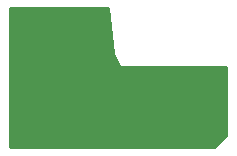
<source format=gbr>
%TF.GenerationSoftware,KiCad,Pcbnew,7.0.5*%
%TF.CreationDate,2026-01-01T21:50:29-06:00*%
%TF.ProjectId,Lora58thsStubShunt,4c6f7261-3538-4746-9873-537475625368,rev?*%
%TF.SameCoordinates,Original*%
%TF.FileFunction,Copper,L2,Bot*%
%TF.FilePolarity,Positive*%
%FSLAX46Y46*%
G04 Gerber Fmt 4.6, Leading zero omitted, Abs format (unit mm)*
G04 Created by KiCad (PCBNEW 7.0.5) date 2026-01-01 21:50:29*
%MOMM*%
%LPD*%
G01*
G04 APERTURE LIST*
%TA.AperFunction,SMDPad,CuDef*%
%ADD10R,5.080000X2.420000*%
%TD*%
%TA.AperFunction,SMDPad,CuDef*%
%ADD11R,0.950000X0.460000*%
%TD*%
%TA.AperFunction,ComponentPad*%
%ADD12C,0.970000*%
%TD*%
%TA.AperFunction,ViaPad*%
%ADD13C,0.600000*%
%TD*%
G04 APERTURE END LIST*
D10*
%TO.P,J1,2,Ext*%
%TO.N,GND*%
X81780000Y-78620000D03*
X81780000Y-87380000D03*
D11*
X84770000Y-78620000D03*
X84770000Y-87380000D03*
D12*
X85220000Y-78620000D03*
X85220000Y-87380000D03*
%TD*%
D13*
%TO.N,GND*%
X86500000Y-88500000D03*
X88500000Y-85425000D03*
X93375000Y-88475000D03*
X85525000Y-85600000D03*
X95450000Y-85475000D03*
X94500000Y-87000000D03*
X91375000Y-85450000D03*
X93250000Y-85450000D03*
X89500000Y-88500000D03*
X87000000Y-85425000D03*
X89750000Y-85450000D03*
X96000000Y-88500000D03*
X91500000Y-88500000D03*
X96775000Y-86675000D03*
%TD*%
%TA.AperFunction,Conductor*%
%TO.N,GND*%
G36*
X87457574Y-77019685D02*
G01*
X87503329Y-77072489D01*
X87513577Y-77108620D01*
X87999998Y-80999995D01*
X88000000Y-81000000D01*
X88499998Y-81999998D01*
X88499999Y-81999999D01*
X88500000Y-82000000D01*
X97376000Y-82000000D01*
X97443039Y-82019685D01*
X97488794Y-82072489D01*
X97500000Y-82124000D01*
X97500000Y-84474115D01*
X97499443Y-84476926D01*
X97499476Y-84524616D01*
X97499471Y-84524616D01*
X97499500Y-84524759D01*
X97499500Y-87949138D01*
X97479815Y-88016177D01*
X97463181Y-88036819D01*
X96536819Y-88963181D01*
X96475496Y-88996666D01*
X96449138Y-88999500D01*
X79124500Y-88999500D01*
X79057461Y-88979815D01*
X79011706Y-88927011D01*
X79000500Y-88875500D01*
X79000500Y-77124000D01*
X79020185Y-77056961D01*
X79072989Y-77011206D01*
X79124500Y-77000000D01*
X87390535Y-77000000D01*
X87457574Y-77019685D01*
G37*
%TD.AperFunction*%
%TD*%
M02*

</source>
